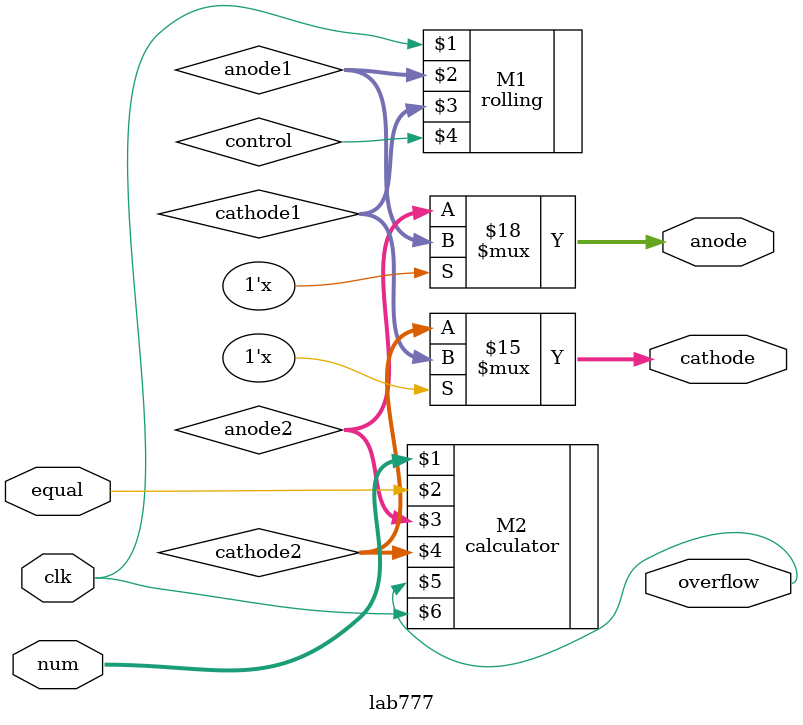
<source format=v>
module lab777(num,equal,anode,cathode,overflow,clk

    );
    input [3:0]num;
        input equal,clk;
        output [3:0]anode;
        output [6:0]cathode;
        output overflow;
        
  wire control;
  
  wire [3:0] anode1,anode2;
  wire [6:0] cathode1,cathode2;
  
  reg [3:0] anode;
  reg clock=1'b0;
  reg[6:0] cathode;
  //reg control1=1'b0;
  
  rolling M1(clk,anode1,cathode1,control);
  calculator M2(num,equal,anode2,cathode2,overflow,clk);
      
  always @* begin
  if(clock==0)  begin  
   anode=anode1;
   cathode=cathode1;
   if(control==1) clock=1;
   end
   else begin
   anode=anode2;
   cathode=cathode2;
   end       
  end          
endmodule

</source>
